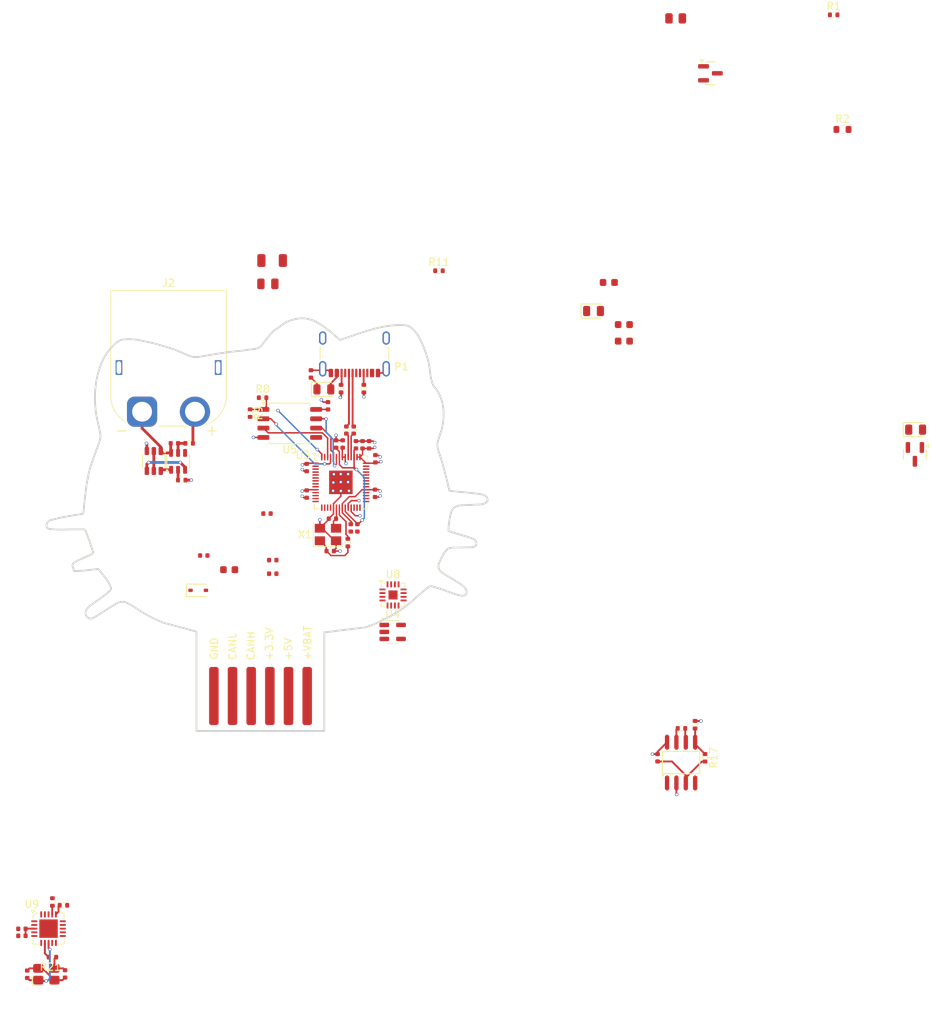
<source format=kicad_pcb>
(kicad_pcb (version 20241229) (generator "pcbnew") (generator_version "9.0")
  (layers (0 "F.Cu" signal) (2 "B.Cu" signal) (13 "F.Paste" user) (15 "B.Paste" user) (5 "F.SilkS" user "F.Silkscreen") (7 "B.SilkS" user "B.Silkscreen") (1 "F.Mask" user) (3 "B.Mask" user) (25 "Edge.Cuts" user))
  (net 0 "")
  (net 1 "GND")
  (net 2 "+1S LiPo")
  (net 3 "+3.3V")
  (net 4 "Net-(U1-FB)")
  (net 5 "+1V1")
  (net 6 "Net-(C18-Pad2)")
  (net 7 "/XIN")
  (net 8 "Net-(D4-K)")
  (net 9 "-1S LiPo")
  (net 10 "Net-(U6-VDD)")
  (net 11 "Net-(U9-OSC1)")
  (net 12 "Net-(C29-Pad2)")
  (net 13 "Net-(Q1-D)")
  (net 14 "Net-(D2-Pad1)")
  (net 15 "+5V")
  (net 16 "Net-(D3-Pad1)")
  (net 17 "Net-(Q1-G)")
  (net 18 "Net-(Q2-S)")
  (net 19 "/GPIO")
  (net 20 "Net-(Q3-G1)")
  (net 21 "Net-(Q3-D1{slash}D2-Pad2)")
  (net 22 "Net-(Q3-G2)")
  (net 23 "Net-(U3-USB_DM)")
  (net 24 "/DN")
  (net 25 "Net-(U3-USB_DP)")
  (net 26 "/DP")
  (net 33 "/QSPI_SD2")
  (net 34 "/QSPI_SD1")
  (net 40 "/SWD")
  (net 41 "/QSPI_SCLK")
  (net 47 "/QSPI_SD3")
  (net 49 "/SWCLK")
  (net 59 "/XOUT")
  (net 66 "/QSPI_SS")
  (net 68 "Net-(U6-CS)")
  (net 69 "/TRNS_RXD")
  (net 70 "/CANH")
  (net 71 "/CANL")
  (net 72 "/TRNS_TXD")
  (net 73 "Net-(U7-VREF)")
  (net 77 "/Speaker")
  (net 81 "Net-(U9-~{RESET})")
  (net 85 "/SPI1 SCK")
  (net 86 "/SPI1 RX")
  (net 87 "/SPI1 CSn")
  (net 89 "Net-(U9-OSC2)")
  (net 90 "/SPI1 TX")
  (net 91 "Net-(J1-Pin_1)")
  (net 92 "Net-(P1-CC1)")
  (net 93 "Net-(P1-CC2)")
  (net 94 "/QSPI_SDO")
  (net 95 "/QSPI_SDI")
  (net 98 "Net-(U2-*RESET{slash}PG)")
  (footprint "PCM_JLCPCB:C_0603" (layer "F.Cu") (at 175.71 35.68)
    (property "Reference" "C3" (hide yes))
    (property "Value" "10uF")
  )
  (footprint "PCM_JLCPCB:C_0402" (layer "F.Cu") (at 137.5 52.44375 90)
    (property "Reference" "C17" (hide yes))
    (property "Value" "100nF")
  )
  (footprint "Resistor_SMD:R_0402_1005Metric" (layer "F.Cu") (at 101.5 120.35)
    (property "Reference" "R22" (hide yes))
    (property "Value" "1kΩ")
  )
  (footprint "PCM_JLCPCB:C_0402" (layer "F.Cu") (at 101.725 129.675 90)
    (property "Reference" "C29" (hide yes))
    (property "Value" "15pF")
  )
  (footprint "PCM_JLCPCB:C_0402" (layer "F.Cu") (at 141.5 69.04375 -90)
    (property "Reference" "C8" (hide yes))
    (property "Value" "100nF")
  )
  (footprint "PCM_JLCPCB:C_0402" (layer "F.Cu") (at 129.9825 75.275)
    (property "Reference" "C21" (hide yes))
    (property "Value" "1uF")
  )
  (footprint "Resistor_SMD:R_0402_1005Metric" (layer "F.Cu") (at 117.6 62.55 180)
    (property "Reference" "R16" (hide yes))
    (property "Value" "2kΩ")
  )
  (footprint "PCM_JLCPCB:C_0402" (layer "F.Cu") (at 137.8 72.19375 180)
    (property "Reference" "C18" (hide yes))
    (property "Value" "15pF")
  )
  (footprint "PCM_JLCPCB:C_0402" (layer "F.Cu") (at 182.35 100.3 -90)
    (property "Reference" "C25" (hide yes))
    (property "Value" "100nF")
  )
  (footprint "PCM_JLCPCB:C_0603" (layer "F.Cu") (at 177.7625 41.405)
    (property "Reference" "C4" (hide yes))
    (property "Value" "10uF")
  )
  (footprint "Package_DFN_QFN:QFN-56-1EP_7x7mm_P0.4mm_EP3.2x3.2mm" (layer "F.Cu") (at 139.25 62.85625)
    (property "Reference" "U3")
    (property "Value" "RP2040")
  )
  (footprint "PCM_JLCPCB:R_1206" (layer "F.Cu") (at 129.9 32.7)
    (property "Reference" "R3" (hide yes))
    (property "Value" "250k")
  )
  (footprint "Resistor_SMD:R_0402_1005Metric" (layer "F.Cu") (at 185.6 96.3)
    (property "Reference" "R19" (hide yes))
    (property "Value" "120Ω")
  )
  (footprint "PCM_JLCPCB:C_0402" (layer "F.Cu") (at 134.6 64.44375 -90)
    (property "Reference" "C11" (hide yes))
    (property "Value" "100nF")
  )
  (footprint "PCM_JLCPCB:C_0603" (layer "F.Cu") (at 177.7625 43.655)
    (property "Reference" "C5" (hide yes))
    (property "Value" "22uF")
  )
  (footprint "PCM_JLCPCB:C_0402" (layer "F.Cu") (at 140.6 69.04375 -90)
    (property "Reference" "C9" (hide yes))
    (property "Value" "100nF")
  )
  (footprint "PCM_JLCPCB:D_0805" (layer "F.Cu") (at 173.6325 39.565)
    (property "Reference" "D1" (hide yes))
    (property "Value" "Green")
  )
  (footprint "Connector_USB:USB_C_Receptacle_GCT_USB4105-xx-A_16P_TopMnt_Horizontal" (layer "F.Cu") (at 141.100001 44.31 180)
    (property "Reference" "P1")
    (property "Value" "USB_C_Plug")
  )
  (footprint "PCM_JLCPCB:C_0402" (layer "F.Cu") (at 95.85 124.5)
    (property "Reference" "C27" (hide yes))
    (property "Value" "10nF")
  )
  (footprint "Resistor_SMD:R_0402_1005Metric" (layer "F.Cu") (at 187.45 95.8 -90)
    (property "Reference" "R18" (hide yes))
    (property "Value" "1kΩ")
  )
  (footprint "Resistor_SMD:R_0402_1005Metric" (layer "F.Cu") (at 100 127.4 180)
    (property "Reference" "R21")
    (property "Value" "5.1kΩ")
  )
  (footprint "Resistor_SMD:R_0402_1005Metric" (layer "F.Cu") (at 206.31 -0.7)
    (property "Reference" "R1")
    (property "Value" "5.1kΩ")
  )
  (footprint "Resistor_SMD:R_0402_1005Metric" (layer "F.Cu") (at 152.6 34.09)
    (property "Reference" "R11")
    (property "Value" "100Ω")
  )
  (footprint "Connector_AMASS:AMASS_XT60PW-M_1x02_P7.20mm_Horizontal" (layer "F.Cu") (at 112.2 53.25)
    (property "Reference" "J2")
    (property "Value" "Conn_01x02")
  )
  (footprint "PCM_JLCPCB:C_0805" (layer "F.Cu") (at 129.32 35.87)
    (property "Reference" "C2" (hide yes))
    (property "Value" "10uf")
  )
  (footprint "PCM_JLCPCB:CRYSTAL-SMD_4P-L3.2-W2.5-BL" (layer "F.Cu") (at 99.175 129.725)
    (property "Reference" "X2" (hide yes))
    (property "Value" "X322512MSB4SI")
  )
  (footprint "PCM_JLCPCB:Q_SOT-23" (layer "F.Cu") (at 189.54 7.25)
    (property "Reference" "Q1" (hide yes))
    (property "Value" "AO3400A")
  )
  (footprint "PCM_JLCPCB:C_0402" (layer "F.Cu") (at 138.1 67.79375)
    (property "Reference" "C19" (hide yes))
    (property "Value" "15pF")
  )
  (footprint "PCM_JLCPCB:SOT-23-6_L2.9-W1.6-P0.95-LS2.8-BR" (layer "F.Cu") (at 113.8 59.95 90)
    (property "Reference" "Q3" (hide yes))
    (property "Value" "NCE8205")
  )
  (footprint "Resistor_SMD:R_0402_1005Metric" (layer "F.Cu") (at 140.2 71.04375 -90)
    (property "Reference" "R10" (hide yes))
    (property "Value" "1kΩ")
  )
  (footprint "PCM_JLCPCB:D_SOD-323" (layer "F.Cu") (at 119.8425 77.535)
    (property "Reference" "D4" (hide yes))
    (property "Value" "CUS10S30")
  )
  (footprint "Crystal:Crystal_SMD_3225-4Pin_3.2x2.5mm" (layer "F.Cu") (at 137.5 69.94375)
    (property "Reference" "X1")
    (property "Value" "ABM8-272-T3")
  )
  (footprint "PCM_JLCPCB:R_0805" (layer "F.Cu") (at 184.81 -0.22)
    (property "Reference" "R4" (hide yes))
    (property "Value" "10kΩ")
  )
  (footprint "Package_TO_SOT_SMD:SOT-23-5" (layer "F.Cu") (at 146.3 83.1875)
    (property "Reference" "U4")
    (property "Value" "AP2112K-3.3")
  )
  (footprint "PCM_JLCPCB:D_0805" (layer "F.Cu") (at 136.940001 50.215)
    (property "Reference" "D3" (hide yes))
    (property "Value" "Green")
  )
  (footprint "Resistor_SMD:R_0402_1005Metric" (layer "F.Cu") (at 118.61 57.55 180)
    (property "Reference" "R15" (hide yes))
    (property "Value" "100Ω")
  )
  (footprint "PCM_JLCPCB:C_0402" (layer "F.Cu") (at 95.85 123.55)
    (property "Reference" "C26" (hide yes))
    (property "Value" "100nF")
  )
  (footprint "Package_SO:SOIC-8_5.3x5.3mm_P1.27mm" (layer "F.Cu") (at 132.3 54.84375)
    (property "Reference" "U5")
    (property "Value" "W25Q128JVS")
  )
  (footprint "PCM_JLCPCB:C_0402" (layer "F.Cu") (at 142.2 57.74375 90)
    (property "Reference" "C13" (hide yes))
    (property "Value" "100nF")
  )
  (footprint "PCM_JLCPCB:C_0402" (layer "F.Cu") (at 143.95 59.64375 90)
    (property "Reference" "C15" (hide yes))
    (property "Value" "100nF")
  )
  (footprint "Resistor_SMD:R_0402_1005Metric" (layer "F.Cu") (at 188.8 100.3 -90)
    (property "Reference" "R17")
    (property "Value" "1kΩ")
  )
  (footprint "PCM_JLCPCB:C_0402" (layer "F.Cu") (at 96.575 129.725 -90)
    (property "Reference" "C28" (hide yes))
    (property "Value" "15pF")
  )
  (footprint "Capacitor_SMD:C_0402_1005Metric" (layer "F.Cu") (at 140 55.74375 -90)
    (property "Reference" "R7" (hide yes))
    (property "Value" "27.4")
  )
  (footprint "PCM_JLCPCB:C_0402" (layer "F.Cu") (at 139.5 57.64375 90)
    (property "Reference" "C16" (hide yes))
    (property "Value" "1uF" (hide yes))
  )
  (footprint "Capacitor_SMD:C_0402_1005Metric" (layer "F.Cu") (at 141 55.74375 -90)
    (property "Reference" "R6" (hide yes))
    (property "Value" "27.4")
  )
  (footprint "PCM_JLCPCB:R_0402" (layer "F.Cu") (at 135.180001 48.115 90)
    (property "Reference" "R23" (hide yes))
    (property "Value" "200Ω" (hide yes))
  )
  (footprint "Resistor_SMD:R_0402_1005Metric" (layer "F.Cu") (at 100 119.9 90)
    (property "Reference" "R20" (hide yes))
    (property "Value" "5.1kΩ")
  )
  (footprint "Package_DFN_QFN:TQFN-16-1EP_3x3mm_P0.5mm_EP1.23x1.23mm" (layer "F.Cu") (at 146.35 78.1625)
    (property "Reference" "U8")
    (property "Value" "MAX98357A")
  )
  (footprint "Package_DFN_QFN:QFN-20-1EP_4x4mm_P0.5mm_EP2.5x2.5mm" (layer "F.Cu") (at 99.475 123.525)
    (property "Reference" "U9")
    (property "Value" "MCP2515-xSO")
  )
  (footprint "Resistor_SMD:R_0402_1005Metric" (layer "F.Cu") (at 128.6 51.34375)
    (property "Reference" "R8")
    (property "Value" "10kΩ")
  )
  (footprint "PCM_JLCPCB:D_0805" (layer "F.Cu") (at 217.4625 55.69)
    (property "Reference" "D2" (hide yes))
    (property "Value" "Green")
  )
  (footprint "Resistor_SMD:R_0402_1005Metric" (layer "F.Cu") (at 126.9 53.44375 -90)
    (property "Reference" "R9")
    (property "Value" "1kΩ")
  )
  (footprint "PCM_JLCPCB:SOT-23-6_L2.9-W1.6-P0.95-LS2.8-BL" (layer "F.Cu") (at 117.1 60)
    (property "Reference" "U6" (hide yes))
    (property "Value" "Shenzhen Fuman Elec FM2113")
  )
  (footprint "PCM_JLCPCB:Q_SOT-23" (layer "F.Cu") (at 217.3625 59.05 -90)
    (property "Reference" "Q2" (hide yes))
    (property "Value" "AO3400A")
  )
  (footprint "Resistor_SMD:R_0402_1005Metric" (layer "F.Cu") (at 142.380001 50.115 90)
    (property "Reference" "R12" (hide yes))
    (property "Value" "5.1kΩ")
  )
  (footprint "PCM_JLCPCB:C_0402" (layer "F.Cu") (at 143.1 57.74375 90)
    (property "Reference" "C14" (hide yes))
    (property "Value" "100nF")
  )
  (footprint "PCM_JLCPCB:C_0402" (layer "F.Cu") (at 143.9 64.34375 -90)
    (property "Reference" "C10" (hide yes))
    (property "Value" "100nF")
  )
  (footprint "PCM_JLCPCB:SOIC-8_L4.9-W3.9-P1.27-LS6.0-BL" (layer "F.Cu") (at 185.55 100.95)
    (property "Reference" "U7" (hide yes))
    (property "Value" "SN65HVD230DR")
  )
  (footprint "PCM_JLCPCB:C_0402" (layer "F.Cu") (at 134.6 60.84375 -90)
    (property "Reference" "C12" (hide yes))
    (property "Value" "100nF")
  )
  (footprint "PCM_JLCPCB:C_0402" (layer "F.Cu") (at 120.6 72.8)
    (property "Reference" "C1" (hide yes))
    (property "Value" "100nF")
  )
  (footprint "PCM_JLCPCB:C_0402" (layer "F.Cu") (at 129.9825 73.425)
    (property "Reference" "C20" (hide yes))
    (property "Value" "1uF")
  )
  (footprint "Resistor_SMD:R_0603_1608Metric" (layer "F.Cu") (at 207.51 14.88)
    (property "Reference" "R2")
    (property "Value" "1MΩ")
  )
  (footprint "PCM_JLCPCB:C_0402" (layer "F.Cu") (at 116.6 57.55)
    (property "Reference" "C22" (hide yes))
    (property "Value" "100nF")
  )
  (footprint "PCM_JLCPCB:C_0402" (layer "F.Cu") (at 141.3 57.74375 90)
    (property "Reference" "C7" (hide yes))
    (property "Value" "100nF")
  )
  (footprint "PCM_JLCPCB:C_0603" (layer "F.Cu") (at 124.0525 74.725)
    (property "Reference" "C23" (hide yes))
    (property "Value" "10uF")
  )
  (footprint "PCM_JLCPCB:C_0402" (layer "F.Cu") (at 129.2 67.1)
    (property "Reference" "C24" (hide yes))
    (property "Value" "100nF")
  )
  (footprint "Resistor_SMD:R_0402_1005Metric" (layer "F.Cu") (at 139.280001 50.115 90)
    (property "Reference" "R13" (hide yes))
    (property "Value" "5.1kΩ")
  )
  (footprint "HelloKittyOutline:HELLO-KITTY-OUTLINE" (layer "F.Cu") (at 129.8 68.55)
    (property "Reference" "REF**" (hide yes))
    (property "Value" "HELLO-KITTY-OUTLINE" (hide yes))
    (fp_line (start -28.046533 0.723104) (end -27.190396 0.70072) (stroke (width 0.25)) (layer "Edge.Cuts"))
    (fp_line (start -27.190396 0.70072) (end -25.539799 0.695542) (stroke (width 0.25)) (layer "Edge.Cuts"))
    (fp_line (start -27.042804 5.738686) (end -26.977077 5.919724) (stroke (width 0.25)) (layer "Edge.Cuts"))
    (fp_line (start -26.977077 5.919724) (end -26.921541 6.093795) (stroke (width 0.25)) (layer "Edge.Cuts"))
    (fp_line (start -26.921541 6.093795) (end -26.880738 6.242234) (stroke (width 0.25)) (layer "Edge.Cuts"))
    (fp_line (start -26.822194 6.367144) (end -26.383914 6.358171) (stroke (width 0.25)) (layer "Edge.Cuts"))
    (fp_line (start -26.383914 6.358171) (end -25.848576 6.327145) (stroke (width 0.25)) (layer "Edge.Cuts"))
    (fp_line (start -25.848576 6.327145) (end -25.212612 6.264757) (stroke (width 0.25)) (layer "Edge.Cuts"))
    (fp_line (start -25.839436 4.701641) (end -26.49462 5.007738) (stroke (width 0.25)) (layer "Edge.Cuts"))
    (fp_line (start -25.59074 -1.437361) (end -27.694228 -1.083422) (stroke (width 0.25)) (layer "Edge.Cuts"))
    (fp_line (start -25.385412 -3.552725) (end -25.59074 -1.437361) (stroke (width 0.25)) (layer "Edge.Cuts"))
    (fp_line (start -25.305705 4.468971) (end -25.839436 4.701641) (stroke (width 0.25)) (layer "Edge.Cuts"))
    (fp_line (start -25.270676 0.906467) (end -24.758715 2.288455) (stroke (width 0.25)) (layer "Edge.Cuts"))
    (fp_line (start -25.212612 6.264757) (end -23.554129 6.077121) (stroke (width 0.25)) (layer "Edge.Cuts"))
    (fp_line (start -25.15088 -5.419429) (end -25.385412 -3.552725) (stroke (width 0.25)) (layer "Edge.Cuts"))
    (fp_line (start -24.859658 -6.9119) (end -25.15088 -5.419429) (stroke (width 0.25)) (layer "Edge.Cuts"))
    (fp_line (start -24.840699 4.257789) (end -25.305705 4.468971) (stroke (width 0.25)) (layer "Edge.Cuts"))
    (fp_line (start -24.758715 2.288455) (end -24.290616 3.691695) (stroke (width 0.25)) (layer "Edge.Cuts"))
    (fp_line (start -24.37051 4.018393) (end -24.840699 4.257789) (stroke (width 0.25)) (layer "Edge.Cuts"))
    (fp_line (start -23.925962 12.559112) (end -23.093817 12.027127) (stroke (width 0.25)) (layer "Edge.Cuts"))
    (fp_line (start -23.834056 -10.030196) (end -24.440776 -8.373686) (stroke (width 0.25)) (layer "Edge.Cuts"))
    (fp_line (start -23.570294 -13.645179) (end -23.307256 -12.477049) (stroke (width 0.25)) (layer "Edge.Cuts"))
    (fp_line (start -23.565495 10.280273) (end -24.661088 11.070593) (stroke (width 0.25)) (layer "Edge.Cuts"))
    (fp_line (start -23.554129 6.077121) (end -22.623581 7.252035) (stroke (width 0.25)) (layer "Edge.Cuts"))
    (fp_line (start -23.438688 -11.088862) (end -23.834056 -10.030196) (stroke (width 0.25)) (layer "Edge.Cuts"))
    (fp_line (start -23.093817 12.027127) (end -21.26132 10.861651) (stroke (width 0.25)) (layer "Edge.Cuts"))
    (fp_line (start -22.957306 9.854142) (end -23.565495 10.280273) (stroke (width 0.25)) (layer "Edge.Cuts"))
    (fp_line (start -22.418836 9.42932) (end -22.957306 9.854142) (stroke (width 0.25)) (layer "Edge.Cuts"))
    (fp_line (start -22.01815 9.07248) (end -22.418836 9.42932) (stroke (width 0.25)) (layer "Edge.Cuts"))
    (fp_line (start -21.234558 -24.552312) (end -21.72285 -24.080417) (stroke (width 0.25)) (layer "Edge.Cuts"))
    (fp_line (start -15.926869 -24.57932) (end -17.95874 -25.024266) (stroke (width 0.25)) (layer "Edge.Cuts"))
    (fp_line (start -14.812934 13.350275) (end -10.200009 14.600035) (stroke (width 0.25)) (layer "Edge.Cuts"))
    (fp_line (start -13.835912 -23.972108) (end -15.926869 -24.57932) (stroke (width 0.25)) (layer "Edge.Cuts"))
    (fp_line (start -11.244339 -22.933514) (end -12.131408 -23.305389) (stroke (width 0.25)) (layer "Edge.Cuts"))
    (fp_line (start -10.2 14.6) (end -10.2 28.100768) (stroke (width 0.25)) (layer "Edge.Cuts"))
    (fp_line (start -10.2 28.100768) (end 7.2 28.09995) (stroke (width 0.25)) (layer "Edge.Cuts"))
    (fp_line (start -8.308335 -23.020109) (end -9.772786 -22.766034) (stroke (width 0.25)) (layer "Edge.Cuts"))
    (fp_line (start -7.284142 -23.196378) (end -8.308335 -23.020109) (stroke (width 0.25)) (layer "Edge.Cuts"))
    (fp_line (start -6.070817 -23.371046) (end -7.284142 -23.196378) (stroke (width 0.25)) (layer "Edge.Cuts"))
    (fp_line (start -4.865377 -23.518969) (end -6.070817 -23.371046) (stroke (width 0.25)) (layer "Edge.Cuts"))
    (fp_line (start -3.868339 -23.612105) (end -4.865377 -23.518969) (stroke (width 0.25)) (layer "Edge.Cuts"))
    (fp_line (start -3.868339 -23.612105) (end -2.027846 -23.876181) (stroke (width 0.25)) (layer "Edge.Cuts"))
    (fp_line (start 0.35239 -26.327002) (end 2.005545 -27.472511) (stroke (width 0.25)) (layer "Edge.Cuts"))
    (fp_line (start 7.2 14.700049) (end 7.2 28.09995) (stroke (width 0.25)) (layer "Edge.Cuts"))
    (fp_line (start 9.339933 -25.059438) (end 7.94079 -26.236462) (stroke (width 0.25)) (layer "Edge.Cuts"))
    (fp_line (start 12.055103 -25.983029) (end 9.339933 -25.059438) (stroke (width 0.25)) (layer "Edge.Cuts"))
    (fp_line (start 12.857895 14.005756) (end 7.2 14.700049) (stroke (width 0.25)) (layer "Edge.Cuts"))
    (fp_line (start 19.500992 10.12801) (end 20.232614 9.47202) (stroke (width 0.25)) (layer "Edge.Cuts"))
    (fp_line (start 20.232614 9.47202) (end 20.904712 8.918756) (stroke (width 0.25)) (layer "Edge.Cuts"))
    (fp_line (start 20.904712 8.918756) (end 21.479344 8.484419) (stroke (width 0.25)) (layer "Edge.Cuts"))
    (fp_line (start 21.926222 8.452126) (end 22.528058 8.636328) (stroke (width 0.25)) (layer "Edge.Cuts"))
    (fp_line (start 22.528058 8.636328) (end 23.258798 8.878985) (stroke (width 0.25)) (layer "Edge.Cuts"))
    (fp_line (start 22.723212 -11.50436) (end 23.11223 -12.69903) (stroke (width 0.25)) (layer "Edge.Cuts"))
    (fp_line (start 23.033135 -9.078258) (end 22.748404 -9.942705) (stroke (width 0.25)) (layer "Edge.Cuts"))
    (fp_line (start 23.258798 8.878985) (end 24.059702 9.166543) (stroke (width 0.25)) (layer "Edge.Cuts"))
    (fp_line (start 23.274849 -8.262583) (end 23.033135 -9.078258) (stroke (width 0.25)) (layer "Edge.Cuts"))
    (fp_line (start 23.52441 -7.367603) (end 23.274849 -8.262583) (stroke (width 0.25)) (layer "Edge.Cuts"))
    (fp_line (start 23.585694 6.814462) (end 23.17703 6.536272) (stroke (width 0.25)) (layer "Edge.Cuts"))
    (fp_line (start 23.744244 -6.521658) (end 23.52441 -7.367603) (stroke (width 0.25)) (layer "Edge.Cuts"))
    (fp_line (start 24.059702 9.166543) (end 25.075971 9.522212) (stroke (width 0.25)) (layer "Edge.Cuts"))
    (fp_line (start 24.097674 0.794985) (end 24.117426 0.375557) (stroke (width 0.25)) (layer "Edge.Cuts"))
    (fp_line (start 24.117426 0.375557) (end 24.165289 -0.13953) (stroke (width 0.25)) (layer "Edge.Cuts"))
    (fp_line (start 24.165289 -0.13953) (end 24.247335 -0.725246) (stroke (width 0.25)) (layer "Edge.Cuts"))
    (fp_line (start 24.24134 -4.529998) (end 23.744244 -6.521658) (stroke (width 0.25)) (layer "Edge.Cuts"))
    (fp_line (start 24.753356 3.171945) (end 25.925472 3.152122) (stroke (width 0.25)) (layer "Edge.Cuts"))
    (fp_line (start 24.767576 1.148804) (end 24.252126 0.979899) (stroke (width 0.25)) (layer "Edge.Cuts"))
    (fp_line (start 25.382655 1.336289) (end 24.767576 1.148804) (stroke (width 0.25)) (layer "Edge.Cuts"))
    (fp_line (start 25.420008 7.922298) (end 24.371961 7.289329) (stroke (width 0.25)) (layer "Edge.Cuts"))
    (fp_line (start 25.880851 -2.573158) (end 27.55285 -2.652237) (stroke (width 0.25)) (layer "Edge.Cuts"))
    (fp_line (start 25.925472 3.152122) (end 27.087955 3.136505) (stroke (width 0.25)) (layer "Edge.Cuts"))
    (fp_line (start 26.08688 1.533391) (end 25.382655 1.336289) (stroke (width 0.25)) (layer "Edge.Cuts"))
    (fp_line (start 26.630035 -4.311848) (end 24.24134 -4.529998) (stroke (width 0.25)) (layer "Edge.Cuts"))
    (fp_line (start 26.912975 1.776772) (end 26.08688 1.533391) (stroke (width 0.25)) (layer "Edge.Cuts"))
    (fp_line (start 27.55285 -2.652237) (end 28.349498 -2.688094) (stroke (width 0.25)) (layer "Edge.Cuts"))
    (fp_line (start 28.126967 -4.142992) (end 26.630035 -4.311848) (stroke (width 0.25)) (layer "Edge.Cuts"))
    (fp_arc (start -30.604343 0.093803) (mid -30.390997 -0.326945) (end -29.988346 -0.572743) (stroke (width 0.25)) (layer "Edge.Cuts"))
    (fp_arc (start -30.190135 0.65016) (mid -30.520244 0.463559) (end -30.604343 0.093803) (stroke (width 0.25)) (layer "Edge.Cuts"))
    (fp_arc (start -29.988346 -0.572743) (mid -28.847969 -0.858102) (end -27.694228 -1.083422) (stroke (width 0.25)) (layer "Edge.Cuts"))
    (fp_arc (start -28.046533 0.723104) (mid -29.119506 0.721083) (end -30.190135 0.65016) (stroke (width 0.25)) (layer "Edge.Cuts"))
    (fp_arc (start -27.042804 5.738686) (mid -27.064781 5.616567) (end -27.04012 5.494961) (stroke (width 0.25)) (layer "Edge.Cuts"))
    (fp_arc (start -27.04012 5.494961) (mid -26.96928 5.367218) (end -26.870588 5.259531) (stroke (width 0.25)) (layer "Edge.Cuts"))
    (fp_arc (start -26.880738 6.242234) (mid -26.873517 6.280453) (end -26.871094 6.319273) (stroke (width 0.25)) (layer "Edge.Cuts"))
    (fp_arc (start -26.870588 5.259531) (mid -26.690244 5.122227) (end -26.49462 5.007738) (stroke (width 0.25)) (layer "Edge.Cuts"))
    (fp_arc (start -26.822194 6.367144) (mid -26.856691 6.353471) (end -26.871094 6.319273) (stroke (width 0.25)) (layer "Edge.Cuts"))
    (fp_arc (start -25.539799 0.695542) (mid -25.375408 0.762942) (end -25.270684 0.906469) (stroke (width 0.25)) (layer "Edge.Cuts"))
    (fp_arc (start -25.294881 12.155831) (mid -25.288689 11.897237) (end -25.191864 11.657375) (stroke (width 0.25)) (layer "Edge.Cuts"))
    (fp_arc (start -25.191864 11.657375) (mid -24.951735 11.341136) (end -24.661088 11.070593) (stroke (width 0.25)) (layer "Edge.Cuts"))
    (fp_arc (start -25.052166 12.632846) (mid -25.211366 12.413594) (end -25.294881 12.155831) (stroke (width 0.25)) (layer "Edge.Cuts"))
    (fp_arc (start -24.859658 -6.9119) (mid -24.666004 -7.647317) (end -24.440782 -8.373688) (stroke (width 0.25)) (layer "Edge.Cuts"))
    (fp_arc (start -24.761376 12.806179) (mid -24.917564 12.73762) (end -25.052166 12.632846) (stroke (width 0.25)) (layer "Edge.Cuts"))
    (fp_arc (start -24.443333 12.80454) (mid -24.602233 12.828977) (end -24.761376 12.806179) (stroke (width 0.25)) (layer "Edge.Cuts"))
    (fp_arc (start -24.290619 3.691696) (mid -24.284854 3.866223) (end -24.37051 4.018393) (stroke (width 0.25)) (layer "Edge.Cuts"))
    (fp_arc (start -24.000986 -16.608196) (mid -23.983591 -18.073399) (end -23.807037 -19.528029) (stroke (width 0.25)) (layer "Edge.Cuts"))
    (fp_arc (start -23.925962 12.559112) (mid -24.175859 12.700353) (end -24.443333 12.80454) (stroke (width 0.25)) (layer "Edge.Cuts"))
    (fp_arc (start -23.807037 -19.528029) (mid -23.493293 -20.843193) (end -23.02705 -22.11233) (stroke (width 0.25)) (layer "Edge.Cuts"))
    (fp_arc (start -23.570294 -13.645179) (mid -23.861083 -15.115721) (end -24.000986 -16.608196) (stroke (width 0.25)) (layer "Edge.Cuts"))
    (fp_arc (start -23.307256 -12.477049) (mid -23.265514 -12.156466) (end -23.267261 -11.833181) (stroke (width 0.25)) (layer "Edge.Cuts"))
    (fp_arc (start -23.267261 -11.833181) (mid -23.32436 -11.454431) (end -23.438688 -11.088862) (stroke (width 0.25)) (layer "Edge.Cuts"))
    (fp_arc (start -23.02705 -22.11233) (mid -22.460888 -23.153322) (end -21.72285 -24.080417) (stroke (width 0.25)) (layer "Edge.Cuts"))
    (fp_arc (start -22.623581 7.252035) (mid -22.445576 7.487913) (end -22.278795 7.731856) (stroke (width 0.25)) (layer "Edge.Cuts"))
    (fp_arc (start -22.278795 7.731856) (mid -22.138494 7.96288) (end -22.012553 8.202036) (stroke (width 0.25)) (layer "Edge.Cuts"))
    (fp_arc (start -22.012553 8.202036) (mid -21.922844 8.401412) (end -21.845813 8.606021) (stroke (width 0.25)) (layer "Edge.Cuts"))
    (fp_arc (start -21.850154 8.836281) (mid -21.919192 8.965021) (end -22.01815 9.07248) (stroke (width 0.25)) (layer "Edge.Cuts"))
    (fp_arc (start -21.845813 8.606021) (mid -21.827771 8.721532) (end -21.850154 8.836281) (stroke (width 0.25)) (layer "Edge.Cuts"))
    (fp_arc (start -21.26132 10.861651) (mid -20.854477 10.665954) (end -20.41719 10.553713) (stroke (width 0.25)) (layer "Edge.Cuts"))
    (fp_arc (start -21.234558 -24.552312) (mid -20.964356 -24.788279) (end -20.655038 -24.969972) (stroke (width 0.25)) (layer "Edge.Cuts"))
    (fp_arc (start -20.655038 -24.969972) (mid -20.409499 -25.061926) (end -20.15251 -25.113899) (stroke (width 0.25)) (layer "Edge.Cuts"))
    (fp_arc (start -20.41719 10.553713) (mid -20.037482 10.553972) (end -19.675577 10.668877) (stroke (width 0.25)) (layer "Edge.Cuts"))
    (fp_arc (start -20.152511 -25.113904) (mid -19.787318 -25.146902) (end -19.420803 -25.157911) (stroke (width 0.25)) (layer "Edge.Cuts"))
    (fp_arc (start -19.675577 10.668877) (mid -19.100312 10.979156) (end -18.54738 11.32768) (stroke (width 0.25)) (layer "Edge.Cuts"))
    (fp_arc (start -19.420803 -25.157911) (mid -18.686724 -25.124429) (end -17.95874 -25.024266) (stroke (width 0.25)) (layer "Edge.Cuts"))
    (fp_arc (start -14.812934 13.350275) (mid -16.730719 12.432334) (end -18.54738 11.32768) (stroke (width 0.25)) (layer "Edge.Cuts"))
    (fp_arc (start -13.835912 -23.972108) (mid -12.974244 -23.662821) (end -12.131408 -23.305391) (stroke (width 0.25)) (layer "Edge.Cuts"))
    (fp_arc (start -10.481076 -22.737107) (mid -10.87144 -22.801374) (end -11.244339 -22.933514) (stroke (width 0.25)) (layer "Edge.Cuts"))
    (fp_arc (start -9.772786 -22.766034) (mid -10.126096 -22.731137) (end -10.481076 -22.737107) (stroke (width 0.25)) (layer "Edge.Cuts"))
    (fp_arc (start -1.264029 -24.388559) (mid -1.607067 -24.074424) (end -2.027846 -23.876181) (stroke (width 0.25)) (layer "Edge.Cuts"))
    (fp_arc (start -1.264028 -24.388558) (mid -0.498179 -25.393103) (end 0.35239 -26.327002) (stroke (width 0.25)) (layer "Edge.Cuts"))
    (fp_arc (start 2.005545 -27.472511) (mid 2.756703 -27.757606) (end 3.537985 -27.944996) (stroke (width 0.25)) (layer "Edge.Cuts"))
    (fp_arc (start 3.537985 -27.944996) (mid 4.239088 -27.999249) (end 4.9379 -27.920816) (stroke (width 0.25)) (layer "Edge.Cuts"))
    (fp_arc (start 4.9379 -27.920816) (mid 5.66932 -27.702856) (end 6.354449 -27.366581) (stroke (width 0.25)) (layer "Edge.Cuts"))
    (fp_arc (start 6.354449 -27.366581) (mid 7.170063 -26.833025) (end 7.94079 -26.236462) (stroke (width 0.25)) (layer "Edge.Cuts"))
    (fp_arc (start 12.055103 -25.983029) (mid 13.250265 -26.360463) (end 14.460863 -26.684994) (stroke (width 0.25)) (layer "Edge.Cuts"))
    (fp_arc (start 14.460863 -26.684994) (mid 15.494475 -26.898053) (end 16.540912 -27.03487) (stroke (width 0.25)) (layer "Edge.Cuts"))
    (fp_arc (start 15.38862 12.932876) (mid 14.139717 13.50814) (end 12.857895 14.005756) (stroke (width 0.25)) (layer "Edge.Cuts"))
    (fp_arc (start 16.540912 -27.03487) (mid 17.357347 -27.075177) (end 18.174162 -27.043498) (stroke (width 0.25)) (layer "Edge.Cuts"))
    (fp_arc (start 17.593994 11.644323) (mid 16.512726 12.325258) (end 15.38862 12.932876) (stroke (width 0.25)) (layer "Edge.Cuts"))
    (fp_arc (start 18.174162 -27.043498) (mid 18.678204 -26.91944) (end 19.118454 -26.644438) (stroke (width 0.25)) (layer "Edge.Cuts"))
    (fp_arc (start 19.118454 -26.644438) (mid 19.575406 -26.176016) (end 19.950889 -25.640071) (stroke (width 0.25)) (layer "Edge.Cuts"))
    (fp_arc (start 19.500992 10.12801) (mid 18.576512 10.922662) (end 17.593994 11.644323) (stroke (width 0.25)) (layer "Edge.Cuts"))
    (fp_arc (start 19.950889 -25.640071) (mid 20.360779 -24.879468) (end 20.715012 -24.091404) (stroke (width 0.25)) (layer "Edge.Cuts"))
    (fp_arc (start 20.715012 -24.091404) (mid 21.04148 -23.20316) (end 21.306305 -22.29463) (stroke (width 0.25)) (layer "Edge.Cuts"))
    (fp_arc (start 21.306305 -22.29463) (mid 21.496449 -21.405487) (end 21.617361 -20.504315) (stroke (width 0.25)) (layer "Edge.Cuts"))
    (fp_arc (start 21.479344 8.484419) (mid 21.579104 8.433371) (end 21.689779 8.415796) (stroke (width 0.25)) (layer "Edge.Cuts"))
    (fp_arc (start 21.689779 8.415796) (mid 21.809388 8.424926) (end 21.926222 8.452126) (stroke (width 0.25)) (layer "Edge.Cuts"))
    (fp_arc (start 21.699459 -19.940323) (mid 21.651381 -20.221296) (end 21.617361 -20.504315) (stroke (width 0.25)) (layer "Edge.Cuts"))
    (fp_arc (start 21.83719 -19.388092) (mid 21.761416 -19.662484) (end 21.699459 -19.940323) (stroke (width 0.25)) (layer "Edge.Cuts"))
    (fp_arc (start 22.005776 -18.920556) (mid 21.915449 -19.152148) (end 21.83719 -19.388092) (stroke (width 0.25)) (layer "Edge.Cuts"))
    (fp_arc (start 22.181405 -18.644503) (mid 22.081902 -18.775094) (end 22.005776 -18.920556) (stroke (width 0.25)) (layer "Edge.Cuts"))
    (fp_arc (start 22.181405 -18.644503) (mid 22.634231 -18.045651) (end 22.975049 -17.376683) (stroke (width 0.25)) (layer "Edge.Cuts"))
    (fp_arc (start 22.591882 -10.836253) (mid 22.632206 -11.175288) (end 22.723212 -11.50436) (stroke (width 0.25)) (layer "Edge.Cuts"))
    (fp_arc (start 22.640871 -10.335795) (mid 22.598806 -10.584304) (end 22.591882 -10.836253) (stroke (width 0.25)) (layer "Edge.Cuts"))
    (fp_arc (start 22.748404 -9.942705) (mid 22.69177 -10.138466) (end 22.640871 -10.335795) (stroke (width 0.25)) (layer "Edge.Cuts"))
    (fp_arc (start 22.769871 5.957566) (mid 22.734045 5.601565) (end 22.820293 5.254316) (stroke (width 0.25)) (layer "Edge.Cuts"))
    (fp_arc (start 22.820293 5.254316) (mid 23.120673 4.621197) (end 23.455667 4.005691) (stroke (width 0.25)) (layer "Edge.Cuts"))
    (fp_arc (start 22.975049 -17.376683) (mid 23.233263 -16.590033) (end 23.385872 -15.776275) (stroke (width 0.25)) (layer "Edge.Cuts"))
    (fp_arc (start 23.17703 6.536272) (mid 22.923636 6.281967) (end 22.769871 5.957566) (stroke (width 0.25)) (layer "Edge.Cuts"))
    (fp_arc (start 23.381472 -13.998949) (mid 23.272792 -13.343617) (end 23.11223 -12.69903) (stroke (width 0.25)) (layer "Edge.Cuts"))
    (fp_arc (start 23.385872 -15.776275) (mid 23.437933 -14.887478) (end 23.381472 -13.998949) (stroke (width 0.25)) (layer "Edge.Cuts"))
    (fp_arc (start 23.455667 4.005691) (mid 23.621229 3.748839) (end 23.809891 3.508442) (stroke (width 0.25)) (layer "Edge.Cuts"))
    (fp_arc (start 23.809891 3.508442) (mid 23.96868 3.36707) (end 24.158775 3.27187) (stroke (width 0.25)) (layer "Edge.Cuts"))
    (fp_arc (start 24.141117 0.91112) (mid 24.106811 0.857764) (end 24.097674 0.794985) (stroke (width 0.25)) (layer "Edge.Cuts"))
    (fp_arc (start 24.158775 3.27187) (mid 24.451904 3.197145) (end 24.753356 3.171945) (stroke (width 0.25)) (layer "Edge.Cuts"))
    (fp_arc (start 24.247335 -0.725246) (mid 24.359959 -1.264042) (end 24.523928 -1.789494) (stroke (width 0.25)) (layer "Edge.Cuts"))
    (fp_arc (start 24.252126 0.979899) (mid 24.192633 0.951945) (end 24.141117 0.91112) (stroke (width 0.25)) (layer "Edge.Cuts"))
    (fp_arc (start 24.371961 7.289329) (mid 23.974633 7.058841) (end 23.585694 6.814462) (stroke (width 0.25)) (layer "Edge.Cuts"))
    (fp_arc (start 24.523928 -1.789494) (mid 24.698751 -2.092181) (end 24.965897 -2.317601) (stroke (width 0.25)) (layer "Edge.Cuts"))
    (fp_arc (start 24.965897 -2.317601) (mid 25.406963 -2.504137) (end 25.880851 -2.573158) (stroke (width 0.25)) (layer "Edge.Cuts"))
    (fp_arc (start 25.420008 7.922299) (mid 25.905711 8.248752) (end 26.330147 8.651657) (stroke (width 0.25)) (layer "Edge.Cuts"))
    (fp_arc (start 25.722025 9.685211) (mid 25.396094 9.615221) (end 25.075971 9.522212) (stroke (width 0.25)) (layer "Edge.Cuts"))
    (fp_arc (start 26.150784 9.707286) (mid 25.935716 9.70961) (end 25.722025 9.685211) (stroke (width 0.25)) (layer "Edge.Cuts"))
    (fp_arc (start 26.330144 8.651659) (mid 26.482667 8.883761) (end 26.56184 9.149969) (stroke (width 0.25)) (layer "Edge.Cuts"))
    (fp_arc (start 26.416899 9.585496) (mid 26.294809 9.670359) (end 26.150784 9.707286) (stroke (width 0.25)) (layer "Edge.Cuts"))
    (fp_arc (start 26.56184 9.149969) (mid 26.540845 9.384866) (end 26.416899 9.585496) (stroke (width 0.25)) (layer "Edge.Cuts"))
    (fp_arc (start 26.912975 1.776772) (mid 27.234342 1.886606) (end 27.538525 2.037643) (stroke (width 0.25)) (layer "Edge.Cuts"))
    (fp_arc (start 27.538525 2.037643) (mid 27.684505 2.145329) (end 27.803737 2.28204) (stroke (width 0.25)) (layer "Edge.Cuts"))
    (fp_arc (start 27.57981 3.060641) (mid 27.336267 3.11403) (end 27.087955 3.136505) (stroke (width 0.25)) (layer "Edge.Cuts"))
    (fp_arc (start 27.803737 2.28204) (mid 27.875047 2.427355) (end 27.899574 2.587357) (stroke (width 0.25)) (layer "Edge.Cuts"))
    (fp_arc (start 27.811056 2.888793) (mid 27.711093 2.995787) (end 27.57981 3.060641) (stroke (width 0.25)) (layer "Edge.Cuts"))
    (fp_arc (start 27.899574 2.587357) (mid 27.876997 2.744443) (end 27.811056 2.888793) (stroke (width 0.25)) (layer "Edge.Cuts"))
    (fp_arc (start 28.126967 -4.142992) (mid 28.595603 -4.062357) (end 29.04561 -3.908683) (stroke (width 0.25)) (layer "Edge.Cuts"))
    (fp_arc (start 28.868263 -2.773956) (mid 28.610845 -2.719155) (end 28.349498 -2.688094) (stroke (width 0.25)) (layer "Edge.Cuts"))
    (fp_arc (start 29.04561 -3.908683) (mid 29.23633 -3.777727) (end 29.363631 -3.584549) (stroke (width 0.25)) (layer "Edge.Cuts"))
    (fp_arc (start 29.195495 -2.91554) (mid 29.037299 -2.832223) (end 28.868263 -2.773956) (stroke (width 0.25)) (layer "Edge.Cuts"))
    (fp_arc (start 29.363631 -3.584549) (mid 29.410039 -3.356032) (end 29.368898 -3.126508) (stroke (width 0.25)) (layer "Edge.Cuts"))
    (fp_arc (start 29.368898 -3.126508) (mid 29.299314 -3.006955) (end 29.195495 -2.91554) (stroke (width 0.25)) (layer "Edge.Cuts"))
  )
  (footprint "PCM_JLCPCB:C_0402" (layer "F.Cu") (at 138.6 57.64375 90)
    (property "Reference" "C6" (hide yes))
    (property "Value" "1uF")
  )
  (segment (start 138.6 56.44375) (end 138.6 57.14375) (width 0.2) (layer "F.Cu") (net 1))
  (segment (start 136.85 51.94375) (end 137.5 51.94375) (width 0.2) (layer "F.Cu") (net 1))
  (segment (start 100.275 130.525) (end 101.375 130.525) (width 0.254) (layer "F.Cu") (net 1))
  (segment (start 138.25 67.14375) (end 137.6 67.79375) (width 0.2) (layer "F.Cu") (net 1))
  (segment (start 134.2 64.94375) (end 134.6 64.94375) (width 0.2) (layer "F.Cu") (net 1))
  (segment (start 134.0108 61.10455) (end 134.25 61.34375) (width 0.2) (layer "F.Cu") (net 1))
  (segment (start 96.875 128.925) (end 96.575 129.225) (width 0.254) (layer "F.Cu") (net 1))
  (segment (start 137.6 67.79375) (end 137.6 67.89375) (width 0.2) (layer "F.Cu") (net 1))
  (segment (start 112.85 58.6) (end 112.85 57.6) (width 0.381) (layer "F.Cu") (net 1))
  (segment (start 184.91 103.72) (end 184.91 105.26) (width 0.254) (layer "F.Cu") (net 1))
  (segment (start 136.4 69.09375) (end 136.4 67.94375) (width 0.2) (layer "F.Cu") (net 1))
  (segment (start 144.300002 47.99) (end 144.845 47.99) (width 0.2) (layer "F.Cu") (net 1))
  (segment (start 143.65 57.24375) (end 141.3 57.24375) (width 0.2) (layer "F.Cu") (net 1))
  (segment (start 138.3 72.09375) (end 138.3 72.19375) (width 0.2) (layer "F.Cu") (net 1))
  (segment (start 136.698 69.09375) (end 138.398 70.79375) (width 0.2) (layer "F.Cu") (net 1))
  (segment (start 136.6 51.69375) (end 136.85 51.94375) (width 0.2) (layer "F.Cu") (net 1))
  (segment (start 184.91 105.26) (end 184.95 105.3) (width 0.254) (layer "F.Cu") (net 1))
  (segment (start 182.35 99.8) (end 181.65 99.8) (width 0.254) (layer "F.Cu") (net 1))
  (segment (start 137.6 67.89375) (end 136.4 69.09375) (width 0.2) (layer "F.Cu") (net 1))
  (segment (start 138.3 72.19375) (end 139.15 72.19375) (width 0.2) (layer "F.Cu") (net 1))
  (segment (start 128.7125 56.74875) (end 127.355 56.74875) (width 0.2) (layer "F.Cu") (net 1))
  (segment (start 139.25 64.74375) (end 139.25 62.85625) (width 0.2) (layer "F.Cu") (net 1))
  (segment (start 139.280001 51.215) (end 139.180001 51.315) (width 0.254) (layer "F.Cu") (net 1))
  (segment (start 138.398 70.79375) (end 138.6 70.79375) (width 0.2) (layer "F.Cu") (net 1))
  (segment (start 138.6 70.79375) (end 138.6 71.79375) (width 0.2) (layer "F.Cu") (net 1))
  (segment (start 134.25 61.34375) (end 134.6 61.34375) (width 0.2) (layer "F.Cu") (net 1))
  (segment (start 136.6 51.64375) (end 136.6 51.69375) (width 0.2) (layer "F.Cu") (net 1))
  (segment (start 138.25 65.74375) (end 139.25 64.74375) (width 0.2) (layer "F.Cu") (net 1))
  (segment (start 133.999702 61.10455) (end 134.0108 61.10455) (width 0.2) (layer "F.Cu") (net 1))
  (segment (start 101.375 130.525) (end 101.725 130.175) (width 0.254) (layer "F.Cu") (net 1))
  (segment (start 138.25 66.29375) (end 138.25 65.74375) (width 0.2) (layer "F.Cu") (net 1))
  (segment (start 138.6 57.14375) (end 139.45 57.14375) (width 0.2) (layer "F.Cu") (net 1))
  (segment (start 144.845 47.99) (end 145.42 47.415) (width 0.2) (layer "F.Cu") (net 1))
  (segment (start 144.45 64.84375) (end 144.6 64.69375) (width 0.2) (layer "F.Cu") (net 1))
  (segment (start 136.4 69.09375) (end 136.698 69.09375) (width 0.2) (layer "F.Cu") (net 1))
  (segment (start 98.650658 128.925) (end 100.250658 130.525) (width 0.254) (layer "F.Cu") (net 1))
  (segment (start 144.4 59.19375) (end 144 59.19375) (width 0.2) (layer "F.Cu") (net 1))
  (segment (start 112.85 57.6) (end 112.8 57.55) (width 0.381) (layer "F.Cu") (net 1))
  (segment (start 138.25 66.29375) (end 138.25 67.14375) (width 0.2) (layer "F.Cu") (net 1))
  (segment (start 135.180001 47.615) (end 137.525001 47.615) (width 0.2) (layer "F.Cu") (net 1))
  (segment (start 139.280001 50.625) (end 139.280001 51.215) (width 0.254) (layer "F.Cu") (net 1))
  (segment (start 143.9 64.84375) (end 144.45 64.84375) (width 0.2) (layer "F.Cu") (net 1))
  (segment (start 97.5375 123.525) (end 96.375 123.525) (width 0.254) (layer "F.Cu") (net 1))
  (segment (start 187.45 95.29) (end 188.24 95.29) (width 0.254) (layer "F.Cu") (net 1))
  (segment (start 142.380001 50.625) (end 142.380001 51.215) (width 0.254) (layer "F.Cu") (net 1))
  (segment (start 100.250658 130.525) (end 100.275 130.525) (width 0.254) (layer "F.Cu") (net 1))
  (segment (start 118.11 62.55) (end 118.9 62.55) (width 0.381) (layer "F.Cu") (net 1))
  (segment (start 96.35 124.5) (end 96.35 123.55) (width 0.254) (layer "F.Cu") (net 1))
  (segment (start 127.355 56.74875) (end 127.35 56.74375) (width 0.2) (layer "F.Cu") (net 1))
  (segment (start 182.35 99.47) (end 183.64 98.18) (width 0.254) (layer "F.Cu") (net 1))
  (segment (start 98.075 128.925) (end 96.875 128.925) (width 0.254) (layer "F.Cu") (net 1))
  (segment (start 134 64.74375) (end 134.2 64.94375) (width 0.2) (layer "F.Cu") (net 1))
  (segment (start 138.6 71.79375) (end 138.3 72.09375) (width 0.2) (layer "F.Cu") (net 1))
  (segment (start 96.375 123.525) (end 96.35 123.55) (width 0.254) (layer "F.Cu") (net 1))
  (segment (start 144 59.19375) (end 143.95 59.14375) (width 0.2) (layer "F.Cu") (net 1))
  (segment (start 137.525001 47.615) (end 137.900001 47.99) (width 0.2) (layer "F.Cu") (net 1))
  (segment (start 182.35 99.8) (end 182.35 99.47) (width 0.254) (layer "F.Cu") (net 1))
  (segment (start 144.6 59.39375) (end 144.4 59.19375) (width 0.2) (layer "F.Cu") (net 1))
  (segment (start 98.075 128.925) (end 98.650658 128.925) (width 0.254) (layer "F.Cu") (net 1))
  (segment (start 143.85 57.44375) (end 143.65 57.24375) (width 0.2) (layer "F.Cu") (net 1))
  (segment (start 188.24 95.29) (end 188.25 95.3) (width 0.254) (layer "F.Cu") (net 1))
  (via (at 138.193947 63.99947) (size 0.45) (drill 0.3) (layers "F.Cu" "B.Cu") (net 1))
  (via (at 112.8 57.55) (size 0.45) (drill 0.3) (layers "F.Cu" "B.Cu") (net 1))
  (via (at 139.180001 51.315) (size 0.45) (drill 0.3) (layers "F.Cu" "B.Cu") (net 1))
  (via (at 138.6 56.44375) (size 0.45) (drill 0.3) (layers "F.Cu" "B.Cu") (net 1))
  (via (at 138.23343 62.878141) (size 0.45) (drill 0.3) (layers "F.Cu" "B.Cu") (net 1))
  (via (at 136.4 67.94375) (size 0.45) (drill 0.3) (layers "F.Cu" "B.Cu") (net 1))
  (via (at 138.296603 61.748915) (size 0.45) (drill 0.3) (layers "F.Cu" "B.Cu") (net 1))
  (via (at 139.15 72.19375) (size 0.45) (drill 0.3) (layers "F.Cu" "B.Cu") (net 1))
  (via (at 118.9 62.55) (size 0.45) (drill 0.3) (layers "F.Cu" "B.Cu") (net 1))
  (via (at 144.6 64.69375) (size 0.45) (drill 0.3) (layers "F.Cu" "B.Cu") (net 1))
  (via (at 144.6 59.39375) (size 0.45) (drill 0.3) (layers "F.Cu" "B.Cu") (net 1))
  (via (at 143.85 57.44375) (size 0.45) (drill 0.3) (layers "F.Cu" "B.Cu") (net 1))
  (via (at 127.35 56.74375) (size 0.45) (drill 0.3) (layers "F.Cu" "B.Cu") (net 1))
  (via (at 133.999702 61.10455) (size 0.45) (drill 0.3) (layers "F.Cu" "B.Cu") (net 1))
  (via (at 142.380001 51.215) (size 0.45) (drill 0.3) (layers "F.Cu" "B.Cu") (net 1))
  (via (at 134 64.74375) (size 0.45) (drill 0.3) (layers "F.Cu" "B.Cu") (net 1))
  (via (at 139.252102 64.02316) (size 0.45) (drill 0.3) (layers "F.Cu" "B.Cu") (net 1))
  (via (at 188.25 95.3) (size 0.45) (drill 0.3) (layers "F.Cu" "B.Cu") (net 1))
  (via (at 136.6 51.64375) (size 0.45) (drill 0.3) (layers "F.Cu" "B.Cu") (net 1))
  (via (at 140.349741 64.007366) (size 0.45) (drill 0.3) (layers "F.Cu" "B.Cu") (net 1))
  (via (at 139.236309 62.814967) (size 0.45) (drill 0.3) (layers "F.Cu" "B.Cu") (net 1))
  (via (at 181.65 99.8) (size 0.45) (drill 0.3) (layers "F.Cu" "B.Cu") (net 1))
  (via (at 139.236309 61.733122) (size 0.45) (drill 0.3) (layers "F.Cu" "B.Cu") (net 1))
  (via (at 140.239187 61.733122) (size 0.45) (drill 0.3) (layers "F.Cu" "B.Cu") (net 1))
  (via (at 184.95 105.3) (size 0.45) (drill 0.3) (layers "F.Cu" "B.Cu") (net 1))
  (via (at 140.231291 62.814967) (size 0.45) (drill 0.3) (layers "F.Cu" "B.Cu") (net 1))
  (segment (start 119.12 57.55) (end 119.12 53.53) (width 0.381) (layer "F.Cu") (net 2))
  (segment (start 119.12 53.53) (end 119.4 53.25) (width 0.381) (layer "F.Cu") (net 2))
  (segment (start 143.95 60.14375) (end 144.6 60.14375) (width 0.2) (layer "F.Cu") (net 3))
  (segment (start 134.016946 60.451801) (end 134.124997 60.34375) (width 0.2) (layer "F.Cu") (net 3))
  (segment (start 135.8125 60.25625) (end 134.6875 60.25625) (width 0.2) (layer "F.Cu") (net 3))
  (segment (start 182.35 100.8) (end 184.3 100.8) (width 0.254) (layer "F.Cu") (net 3))
  (segment (start 186.19 102.69) (end 186.19 103.72) (width 0.254) (layer "F.Cu") (net 3))
  (segment (start 142.2 59.06875) (end 141.85 59.41875) (width 0.2) (layer "F.Cu") (net 3))
  (segment (start 137.495 52.93875) (end 137.5 52.94375) (width 0.2) (layer "F.Cu") (net 3))
  (segment (start 142.2 58.24375) (end 142.2 59.06875) (width 0.2) (layer "F.Cu") (net 3))
  (segment (start 141.45 59.41875) (end 141.85 59.41875) (width 0.2) (layer "F.Cu") (net 3))
  (segment (start 144.6 60.14375) (end 144.7 60.04375) (width 0.2) (layer "F.Cu") (net 3))
  (segment (start 143.8875 63.85625) (end 142.6875 63.85625) (width 0.2) (layer "F.Cu") (net 3))
  (segment (start 144.4 63.84375) (end 144.6 64.04375) (width 0.2) (layer "F.Cu") (net 3))
  (segment (start 134.6875 60.25625) (end 134.6 60.34375) (width 0.2) (layer "F.Cu") (net 3))
  (segment (start 134.124997 60.34375) (end 134.6 60.34375) (width 0.2) (layer "F.Cu") (net 3))
  (segment (start 188.37 100.81) (end 188.8 100.81) (width 0.254) (layer "F.Cu") (net 3))
  (segment (start 140.7 68.54375) (end 140.7 68.24375) (width 0.2) (layer "F.Cu") (net 3))
  (segment (start 139.45 65.74375) (end 140.4 64.79375) (width 0.2) (layer "F.Cu") (net 3))
  (segment (start 134.1 63.94375) (end 134 64.04375) (width 0.2) (layer "F.Cu") (net 3))
  (segment (start 143.9 63.84375) (end 143.8875 63.85625) (width 0.2) (layer "F.Cu") (net 3))
  (segment (start 134.6 63.94375) (end 134.1 63.94375) (width 0.2) (layer "F.Cu") (net 3))
  (segment (start 186.19 103.72) (end 186.19 102.99) (width 0.254) (layer "F.Cu") (net 3))
  (segment (start 139.45 66.99375) (end 139.45 66.29375) (width 0.2) (layer "F.Cu") (net 3))
  (segment (start 139.85 59.41875) (end 139.45 59.41875) (width 0.2) (layer "F.Cu") (net 3))
  (segment (start 143.85 60.29375) (end 143.8125 60.25625) (width 0.2) (layer "F.Cu") (net 3))
  (segment (start 142.2 58.24375) (end 143.1 58.24375) (width 0.2) (layer "F.Cu") (net 3))
  (segment (start 186.19 102.99) (end 188.37 100.81) (width 0.254) (layer "F.Cu") (net 3))
  (segment (start 143.7 58.24375) (end 143.85 58.09375) (width 0.2) (layer "F.Cu") (net 3))
  (segment (start 184.3 100.8) (end 186.19 102.69) (width 0.254) (layer "F.Cu") (net 3))
  (segment (start 139.45 59.41875) (end 139.45 58.14375) (width 0.2) (layer "F.Cu") (net 3))
  (segment (start 140.7 68.24375) (end 139.45 66.99375) (width 0.2) (layer "F.Cu") (net 3))
  (segment (start 143.8125 60.25625) (end 142.6875 60.25625) (width 0.2) (layer "F.Cu") (net 3))
  (segment (start 143.1 58.24375) (end 143.7 58.24375) (width 0.2) (layer "F.Cu") (net 3))
  (segment (start 139.45 66.29375) (end 139.45 65.74375) (width 0.2) (layer "F.Cu") (net 3))
  (segment (start 141.2 64.79375) (end 142.1375 63.85625) (width 0.2) (layer "F.Cu") (net 3))
  (segment (start 139.85 60.19375) (end 139.95 60.29375) (width 0.2) (layer "F.Cu") (net 3))
  (segment (start 140.4 64.79375) (end 141.2 64.79375) (width 0.2) (layer "F.Cu") (net 3))
  (segment (start 135.8125 63.85625) (end 134.6375 63.85625) (width 0.2) (layer "F.Cu") (net 3))
  (segment (start 141.85 59.41875) (end 142.6875 60.25625) (width 0.2) (layer "F.Cu") (net 3))
  (segment (start 143.9 63.84375) (end 144.4 63.84375) (width 0.2) (layer "F.Cu") (net 3))
  (segment (start 134.016946 60.479785) (end 134.016946 60.451801) (width 0.2) (layer "F.Cu") (net 3))
  (segment (start 134.6375 63.85625) (end 134.6 63.89375) (width 0.2) (layer "F.Cu") (net 3))
  (segment (start 142.1375 63.85625) (end 142.6875 63.85625) (width 0.2) (layer "F.Cu") (net 3))
  (segment (start 139.85 59.41875) (end 139.85 60.19375) (width 0.2) (layer "F.Cu") (net 3))
  (segment (start 135.8875 52.93875) (end 137.495 52.93875) (width 0.2) (layer "F.Cu") (net 3))
  (via (at 144.6 64.04375) (size 0.45) (drill 0.3) (layers "F.Cu" "B.Cu") (net 3))
  (via (at 143.85 58.09375) (size 0.45) (drill 0.3) (layers "F.Cu" "B.Cu") (net 3))
  (via (at 139.95 60.29375) (size 0.45) (drill 0.3) (layers "F.Cu" "B.Cu") (net 3))
  (via (at 134 64.04375) (size 0.45) (drill 0.3) (layers "F.Cu" "B.Cu") (net 3))
  (via (at 144.7 60.04375) (size 0.45) (drill 0.3) (layers "F.Cu" "B.Cu") (net 3))
  (via (at 134.016946 60.479785) (size 0.45) (drill 0.3) (layers "F.Cu" "B.Cu") (net 3))
  (segment (start 141.05 59.41875) (end 141.05 58.49375) (width 0.2) (layer "F.Cu") (net 5))
  (segment (start 141.564726 68.54375) (end 139.85 66.829024) (width 0.2) (layer "F.Cu") (net 5))
  (segment (start 141.6 68.54375) (end 141.564726 68.54375) (width 0.2) (layer "F.Cu") (net 5))
  (segment (start 139.481 60.87475) (end 139.05 60.44375) (width 0.2) (layer "F.Cu") (net 5))
  (segment (start 139.85 66.829024) (end 139.85 66.29375) (width 0.2) (layer "F.Cu") (net 5))
  (segment (start 139.05 58.69375) (end 139.05 59.41875) (width 0.2) (layer "F.Cu") (net 5))
  (segment (start 141.05 60.79375) (end 141.375 61.11875) (width 0.2) (layer "F.Cu") (net 5))
  (segment (start 141.6 68.54375) (end 141.5 68.54375) (width 0.2) (layer "F.Cu") (net 5))
  (segment (start 142.15 67.99375) (end 141.6 68.54375) (width 0.2) (layer "F.Cu") (net 5))
  (segment (start 141.05 58.49375) (end 141.3 58.24375) (width 0.2) (layer "F.Cu") (net 5))
  (segment (start 141.375 61.11875) (end 141.213 61.11875) (width 0.2) (layer "F.Cu") (net 5))
  (segment (start 138.6 58.24375) (end 139.05 58.69375) (width 0.2) (layer "F.Cu") (net 5))
  (segment (start 141.213 61.11875) (end 140.969 60.87475) (width 0.2) (layer "F.Cu") (net 5))
  (segment (start 141.05 59.41875) (end 141.05 60.79375) (width 0.2) (layer "F.Cu") (net 5))
  (segment (start 139.05 60.44375) (end 139.05 59.41875) (width 0.2) (layer "F.Cu") (net 5))
  (segment (start 138.6 58.14375) (end 138.6 58.24375) (width 0.2) (layer "F.Cu") (net 5))
  (segment (start 140.969 60.87475) (end 139.481 60.87475) (width 0.2) (layer "F.Cu") (net 5))
  (via (at 141.375 61.11875) (size 0.45) (drill 0.3) (layers "F.Cu" "B.Cu") (net 5))
  (via (at 142.15 67.99375) (size 0.45) (drill 0.3) (layers "F.Cu" "B.Cu") (net 5))
  (segment (start 142.45 67.69375) (end 142.15 67.99375) (width 0.2) (layer "B.Cu") (net 5))
  (segment (start 141.375 61.11875) (end 142.45 62.19375) (width 0.2) (layer "B.Cu") (net 5))
  (segment (start 142.45 62.19375) (end 142.45 67.69375) (width 0.2) (layer "B.Cu") (net 5))
  (segment (start 140.2 72.39375) (end 140.2 71.55375) (width 0.2) (layer "F.Cu") (net 6))
  (segment (start 137.3 72.19375) (end 137.25 72.14375) (width 0.2) (layer "F.Cu") (net 6))
  (segment (start 137.25 72.14375) (end 137.25 71.64375) (width 0.2) (layer "F.Cu") (net 6))
  (segment (start 139.789 72.80475) (end 140.2 72.39375) (width 0.2) (layer "F.Cu") (net 6))
  (segment (start 137.25 71.64375) (end 136.4 70.79375) (width 0.2) (layer "F.Cu") (net 6))
  (segment (start 137.911 72.80475) (end 139.789 72.80475) (width 0.2) (layer "F.Cu") (net 6))
  (segment (start 137.3 72.19375) (end 137.911 72.80475) (width 0.2) (layer "F.Cu") (net 6))
  (segment (start 138.6 69.316775) (end 138.6 69.416775) (width 0.254) (layer "F.Cu") (net 7))
  (segment (start 138.25 68.14375) (end 138.6 67.79375) (width 0.2) (layer "F.Cu") (net 7))
  (segment (start 138.65 67.74375) (end 138.6 67.79375) (width 0.2) (layer "F.Cu") (net 7))
  (segment (start 138.25 69.09375) (end 138.25 68.14375) (width 0.2) (layer "F.Cu") (net 7))
  (segment (start 138.65 66.29375) (end 138.65 67.74375) (width 0.2) (layer "F.Cu") (net 7))
  (segment (start 116.1 58.8) (end 116.15 58.85) (width 0.381) (layer "F.Cu") (net 9))
  (segment (start 112.2 55.5) (end 112.2 53.25) (width 0.381) (layer "F.Cu") (net 9))
  (segment (start 116.15 58.85) (end 115 58.85) (width 0.381) (layer "F.Cu") (net 9))
  (segment (start 114.75 58.05) (end 112.2 55.5) (width 0.381) (layer "F.Cu") (net 9))
  (segment (start 114.75 58.6) (end 114.75 58.05) (width 0.381) (layer "F.Cu") (net 9))
  (segment (start 115 58.85) (end 114.75 58.6) (width 0.381) (layer "F.Cu") (net 9))
  (segment (start 116.1 57.55) (end 116.1 58.8) (width 0.381) (layer "F.Cu") (net 9))
  (segment (start 117.1 57.55) (end 118.09 57.55) (width 0.381) (layer "F.Cu") (net 10))
  (segment (start 118.09 57.55) (end 118.1 57.56) (width 0.381) (layer "F.Cu") (net 10))
  (segment (start 117.1 58.85) (end 117.1 57.55) (width 0.381) (layer "F.Cu") (net 10))
  (segment (start 98.075 130.525) (end 96.875 130.525) (width 0.254) (layer "F.Cu") (net 11))
  (segment (start 99.475 125.4625) (end 99.475 126.175) (width 0.254) (layer "F.Cu") (net 11))
  (segment (start 99.475 126.175) (end 99.65 126.35) (width 0.254) (layer "F.Cu") (net 11))
  (segment (start 99.15 130.644897) (end 98.194897 130.644897) (width 0.254) (layer "F.Cu") (net 11))
  (segment (start 96.875 130.525) (end 96.575 130.225) (width 0.254) (layer "F.Cu") (net 11))
  (segment (start 98.194897 130.644897) (end 98.075 130.525) (width 0.254) (layer "F.Cu") (net 11))
  (via (at 99.65 126.35) (size 0.45) (drill 0.3) (layers "F.Cu" "B.Cu") (net 11))
  (via (at 99.15 130.644897) (size 0.45) (drill 0.3) (layers "F.Cu" "B.Cu") (net 11))
  (segment (start 99.15 130.644897) (end 99.305103 130.644897) (width 0.254) (layer "B.Cu") (net 11))
  (segment (start 99.305103 130.644897) (end 99.65 130.3) (width 0.254) (layer "B.Cu") (net 11))
  (segment (start 99.65 130.3) (end 99.65 126.35) (width 0.254) (layer "B.Cu") (net 11))
  (segment (start 100.275 127.635) (end 100.51 127.4) (width 0.254) (layer "F.Cu") (net 12))
  (segment (start 100.275 128.925) (end 100.275 127.635) (width 0.254) (layer "F.Cu") (net 12))
  (segment (start 101.475 128.925) (end 101.725 129.175) (width 0.254) (layer "F.Cu") (net 12))
  (segment (start 100.275 128.925) (end 101.475 128.925) (width 0.254) (layer "F.Cu") (net 12))
  (segment (start 138.700001 48.564999) (end 137.880001 49.384999) (width 0.254) (layer "F.Cu") (net 15))
  (segment (start 138.700001 47.99) (end 138.700001 48.564999) (width 0.254) (layer "F.Cu") (net 15))
  (segment (start 137.880001 49.384999) (end 137.880001 50.215) (width 0.254) (layer "F.Cu") (net 15))
  (segment (start 136.000001 50.215) (end 136.000001 49.435) (width 0.2) (layer "F.Cu") (net 16))
  (segment (start 136.000001 49.435) (end 135.180001 48.615) (width 0.2) (layer "F.Cu") (net 16))
  (segment (start 116.15 61.15) (end 114.9 61.15) (width 0.381) (layer "F.Cu") (net 20))
  (segment (start 114.9 61.15) (end 114.75 61.3) (width 0.381) (layer "F.Cu") (net 20))
  (segment (start 113.8 61.3) (end 113.8 58.6) (width 0.381) (layer "F.Cu") (net 21))
  (segment (start 112.85 61.3) (end 112.85 60.4) (width 0.381) (layer "F.Cu") (net 22))
  (segment (start 117.4 60.15) (end 118.05 60.8) (width 0.381) (layer "F.Cu") (net 22))
  (segment (start 118.05 60.8) (end 118.05 61.15) (width 0.381) (layer "F.Cu") (net 22))
  (segment (start 112.85 60.4) (end 113.1 60.15) (width 0.381) (layer "F.Cu") (net 22))
  (via (at 113.1 60.15) (size 0.45) (drill 0.3) (layers "F.Cu" "B.Cu") (net 22))
  (via (at 117.4 60.15) (size 0.45) (drill 0.3) (layers "F.Cu" "B.Cu") (net 22))
  (segment (start 113.1 60.15) (end 117.4 60.15) (width 0.381) (layer "B.Cu") (net 22))
  (segment (start 140.65 56.57375) (end 141 56.22375) (width 0.2) (layer "F.Cu") (net 23))
  (segment (start 140.65 59.41875) (end 140.65 56.57375) (width 0.2) (layer "F.Cu") (net 23))
  (segment (start 140.85 47.99) (end 140.85 55.11375) (width 0.254) (layer "F.Cu") (net 24))
  (segment (start 140.85 55.11375) (end 141 55.26375) (width 0.254) (layer "F.Cu") (net 24))
  (segment (start 140.25 56.47375) (end 140 56.22375) (width 0.2) (layer "F.Cu") (net 25))
  (segment (start 140.25 59.41875) (end 140.25 56.47375) (width 0.2) (layer "F.Cu") (net 25))
  (segment (start 140 55.26375) (end 140.350001 54.913749) (width 0.254) (layer "F.Cu") (net 26))
  (segment (start 140.350001 54.913749) (end 140.350001 47.99) (width 0.254) (layer "F.Cu") (net 26))
  (segment (start 129.3565 56.12275) (end 136.73399 56.12275) (width 0.2) (layer "F.Cu") (net 33))
  (segment (start 137.45 56.83876) (end 137.45 59.41875) (width 0.2) (layer "F.Cu") (net 33))
  (segment (start 128.7125 55.47875) (end 129.3565 56.12275) (width 0.2) (layer "F.Cu") (net 33))
  (segment (start 136.73399 56.12275) (end 137.45 56.83876) (width 0.2) (layer "F.Cu") (net 33))
  (segment (start 140.65 66.29375) (end 140.65 66.827024) (width 0.2) (layer "F.Cu") (net 40))
  (segment (start 141.214726 67.39375) (end 140.649 66.828024) (width 0.2) (layer "F.Cu") (net 40))
  (segment (start 140.65 66.827024) (end 140.649 66.828024) (width 0.2) (layer "F.Cu") (net 40))
  (segment (start 141.85 67.39375) (end 141.214726 67.39375) (width 0.2) (layer "F.Cu") (net 40))
  (via (at 141.85 67.39375) (size 0.45) (drill 0.3) (layers "F.Cu" "B.Cu") (net 40))
  (segment (start 136.699999 55.47875) (end 135.8875 55.47875) (width 0.2) (layer "F.Cu") (net 41))
  (segment (start 138.25 58.84375) (end 137.9 58.49375) (width 0.2) (layer "F.Cu") (net 41))
  (segment (start 138.25 59.41875) (end 138.25 58.84375) (width 0.2) (layer "F.Cu") (net 41))
  (segment (start 137.9 58.49375) (end 137.9 56.678751) (width 0.2) (layer "F.Cu") (net 41))
  (segment (start 137.9 56.678751) (end 136.699999 55.47875) (width 0.2) (layer "F.Cu") (net 41))
  (segment (start 138.4 60.59375) (end 138.65 60.34375) (width 0.2) (layer "F.Cu") (net 47))
  (segment (start 135.8875 54.20875) (end 137.215 54.20875) (width 0.2) (layer "F.Cu") (net 47))
  (segment (start 137.215 54.20875) (end 137.25 54.24375) (width 0.2) (layer "F.Cu") (net 47))
  (segment (start 138.65 60.34375) (end 138.65 59.41875) (width 0.2) (layer "F.Cu") (net 47))
  (via (at 138.4 60.59375) (size 0.45) (drill 0.3) (layers "F.Cu" "B.Cu") (net 47))
  (via (at 137.25 54.24375) (size 0.45) (drill 0.3) (layers "F.Cu" "B.Cu") (net 47))
  (segment (start 138.281 60.47475) (end 138.4 60.59375) (width 0.2) (layer "B.Cu") (net 47))
  (segment (start 137.25 56.065409) (end 138.2 57.015409) (width 0.2) (layer "B.Cu") (net 47))
  (segment (start 137.25 54.24375) (end 137.25 56.065409) (width 0.2) (layer "B.Cu") (net 47))
  (segment (start 138.2 60.022091) (end 138.281 60.103091) (width 0.2) (layer "B.Cu") (net 47))
  (segment (start 138.281 60.103091) (end 138.281 60.47475) (width 0.2) (layer "B.Cu") (net 47))
  (segment (start 138.2 57.015409) (end 138.2 60.022091) (width 0.2) (layer "B.Cu") (net 47))
  (segment (start 140.65 65.34375) (end 140.25 65.74375) (width 0.2) (layer "F.Cu") (net 49))
  (segment (start 140.25 65.74375) (end 140.25 66.29375) (width 0.2) (layer "F.Cu") (net 49))
  (segment (start 141.7 65.34375) (end 140.65 65.34375) (width 0.2) (layer "F.Cu") (net 49))
  (via (at 141.7 65.34375) (size 0.45) (drill 0.3) (layers "F.Cu" "B.Cu") (net 49))
  (segment (start 140.2 70.18375) (end 140.2 70.53375) (width 0.2) (layer "F.Cu") (net 59))
  (segment (start 139.05 66.29375) (end 139.05 67.29375) (width 0.2) (layer "F.Cu") (net 59))
  (segment (start 139.95 68.19375) (end 139.95 69.93375) (width 0.2) (layer "F.Cu") (net 59))
  (segment (start 139.95 69.93375) (end 140.2 70.18375) (width 0.2) (layer "F.Cu") (net 59))
  (segment (start 139.05 67.29375) (end 139.95 68.19375) (width 0.2) (layer "F.Cu") (net 59))
  (segment (start 128.7125 52.93875) (end 126.905 52.93875) (width 0.2) (layer "F.Cu") (net 66))
  (segment (start 126.905 52.93875) (end 126.9 52.93375) (width 0.2) (layer "F.Cu") (net 66))
  (segment (start 129.11 52.54125) (end 128.7125 52.93875) (width 0.2) (layer "F.Cu") (net 66))
  (segment (start 129.11 51.34375) (end 129.11 52.54125) (width 0.2) (layer "F.Cu") (net 66))
  (segment (start 128.71 52.93625) (end 128.7125 52.93875) (width 0.2) (layer "F.Cu") (net 66))
  (segment (start 117.1 62.54) (end 117.09 62.55) (width 0.381) (layer "F.Cu") (net 68))
  (segment (start 117.1 61.15) (end 117.1 62.54) (width 0.381) (layer "F.Cu") (net 68))
  (segment (start 184.91 98.18) (end 184.91 96.48) (width 0.254) (layer "F.Cu") (net 70))
  (segment (start 184.91 96.48) (end 185.09 96.3) (width 0.254) (layer "F.Cu") (net 70))
  (segment (start 186.11 98.1) (end 186.19 98.18) (width 0.254) (layer "F.Cu") (net 71))
  (segment (start 186.11 96.3) (end 186.11 98.1) (width 0.254) (layer "F.Cu") (net 71))
  (segment (start 187.45 96.34) (end 187.45 96.31) (width 0.254) (layer "F.Cu") (net 73))
  (segment (start 187.46 98.18) (end 187.46 98.45) (width 0.254) (layer "F.Cu") (net 73))
  (segment (start 187.46 98.18) (end 187.46 96.35) (width 0.254) (layer "F.Cu") (net 73))
  (segment (start 187.46 98.45) (end 188.8 99.79) (width 0.254) (layer "F.Cu") (net 73))
  (segment (start 187.46 96.35) (end 187.45 96.34) (width 0.254) (layer "F.Cu") (net 73))
  (segment (start 99.975 120.435) (end 100 120.41) (width 0.254) (layer "F.Cu") (net 81))
  (segment (start 99.975 121.5875) (end 99.975 120.435) (width 0.254) (layer "F.Cu") (net 81))
  (segment (start 136.65 58.99375) (end 136.65 59.41875) (width 0.2) (layer "F.Cu") (net 87))
  (segment (start 100.99 120.35) (end 100.83 120.51) (width 0.254) (layer "F.Cu") (net 87))
  (segment (start 100.83 121.2325) (end 100.475 121.5875) (width 0.254) (layer "F.Cu") (net 87))
  (segment (start 136.05 58.39375) (end 136.65 58.99375) (width 0.2) (layer "F.Cu") (net 87))
  (segment (start 100.83 120.51) (end 100.83 121.2325) (width 0.254) (layer "F.Cu") (net 87))
  (via (at 130.7 53.09375) (size 0.45) (drill 0.3) (layers "F.Cu" "B.Cu") (net 87))
  (via (at 136.05 58.39375) (size 0.45) (drill 0.3) (layers "F.Cu" "B.Cu") (net 87))
  (segment (start 136 58.39375) (end 136.05 58.39375) (width 0.2) (layer "B.Cu") (net 87))
  (segment (start 130.7 53.09375) (end 136 58.39375) (width 0.2) (layer "B.Cu") (net 87))
  (segment (start 98.975 126.885) (end 99.49 127.4) (width 0.254) (layer "F.Cu") (net 89))
  (segment (start 98.975 125.4625) (end 98.975 126.885) (width 0.254) (layer "F.Cu") (net 89))
  (segment (start 142.350001 47.989999) (end 142.350001 49.575) (width 0.254) (layer "F.Cu") (net 92))
  (segment (start 142.350001 49.575) (end 142.380001 49.605) (width 0.254) (layer "F.Cu") (net 92))
  (segment (start 139.350001 47.989999) (end 139.350001 49.535) (width 0.254) (layer "F.Cu") (net 93))
  (segment (start 139.350001 49.535) (end 139.280001 49.605) (width 0.254) (layer "F.Cu") (net 93))
  (segment (start 137.7 60.34375) (end 137.85 60.19375) (width 0.2) (layer "F.Cu") (net 94))
  (segment (start 137.85 60.19375) (end 137.85 59.41875) (width 0.2) (layer "F.Cu") (net 94))
  (segment (start 128.7125 54.20875) (end 129.715 54.20875) (width 0.2) (layer "F.Cu") (net 94))
  (segment (start 137.05 60.34375) (end 137.7 60.34375) (width 0.2) (layer "F.Cu") (net 94))
  (segment (start 129.715 54.20875) (end 130.45 54.94375) (width 0.2) (layer "F.Cu") (net 94))
  (via (at 137.05 60.34375) (size 0.45) (drill 0.3) (layers "F.Cu" "B.Cu") (net 94))
  (via (at 130.45 54.94375) (size 0.45) (drill 0.3) (layers "F.Cu" "B.Cu") (net 94))
  (segment (start 137.05 60.34375) (end 135.7 60.34375) (width 0.2) (layer "B.Cu") (net 94))
  (segment (start 130.45 55.09375) (end 130.45 54.94375) (width 0.2) (layer "B.Cu") (net 94))
  (segment (start 135.7 60.34375) (end 130.45 55.09375) (width 0.2) (layer "B.Cu") (net 94))
)
</source>
